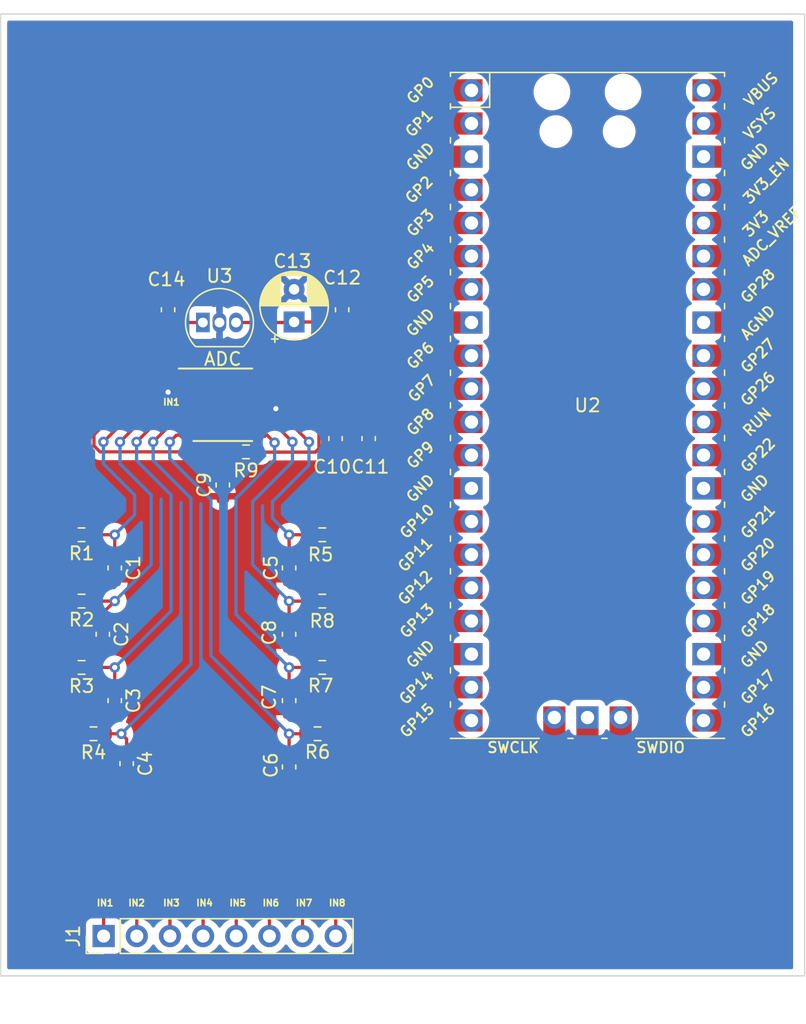
<source format=kicad_pcb>
(kicad_pcb (version 20211014) (generator pcbnew)
  (layers (0 "F.Cu" signal) (31 "B.Cu" signal) (34 "B.Paste" user) (35 "F.Paste" user) (36 "B.SilkS" user "B.Silkscreen") (37 "F.SilkS" user "F.Silkscreen") (38 "B.Mask" user) (39 "F.Mask" user) (44 "Edge.Cuts" user))
  (net 0 "")
  (net 1 "IN0")
  (net 2 "GND")
  (net 3 "IN1")
  (net 4 "IN2")
  (net 5 "IN3")
  (net 6 "IN7")
  (net 7 "IN4")
  (net 8 "IN5")
  (net 9 "IN6")
  (net 10 "Net-(C14-Pad2)")
  (net 11 "Net-(C10-Pad1)")
  (net 12 "VCC")
  (net 13 "Net-(U1-Pad1)")
  (net 14 "Net-(U1-Pad14)")
  (net 15 "Net-(U1-Pad15)")
  (net 16 "Net-(U1-Pad16)")
  (net 56 "PIN0")
  (net 57 "PIN1")
  (net 58 "PIN2")
  (net 59 "PIN3")
  (net 60 "PIN4")
  (net 61 "PIN5")
  (net 62 "PIN6")
  (net 63 "PIN7")
  (footprint "Resistor_SMD:R_0603_1608Metric_Pad0.98x0.95mm_HandSolder" (layer "F.Cu") (at 160.274 144.526 180)
    (fp_text reference "R4" (at 0 -1.43) (layer "F.SilkS"))
    (fp_text value "22")
    (pad "1" smd roundrect (at -0.9125 0 180) (size 0.975 0.95) (layers "F.Cu" "F.Paste" "F.Mask") (net 5 "IN3"))
    (pad "2" smd roundrect (at 0.9125 0 180) (size 0.975 0.95) (layers "F.Cu" "F.Paste" "F.Mask") (net 59 "PIN3"))
  )
  (footprint "Capacitor_SMD:C_0603_1608Metric_Pad1.08x0.95mm_HandSolder" (layer "F.Cu") (at 181.356 121.92 -90)
    (fp_text reference "C11" (at 2.159 -0.127) (layer "F.SilkS"))
    (fp_text value "0.1uf")
    (pad "1" smd roundrect (at -0.8625 0 270) (size 1.075 0.95) (layers "F.Cu" "F.Paste" "F.Mask") (net 11 "Net-(C10-Pad1)"))
    (pad "2" smd roundrect (at 0.8625 0 270) (size 1.075 0.95) (layers "F.Cu" "F.Paste" "F.Mask") (net 2 "GND"))
  )
  (footprint "Package_SO:HTSSOP-16-1EP_4.4x5mm_P0.65mm_EP3.4x5mm" (layer "F.Cu") (at 170.18 119.38)
    (fp_text reference "ADC" (at 0 -3.55) (layer "F.SilkS"))
    (fp_text value "adc108s")
    (pad "1" smd rect (at -2.775 -2.275) (size 1.05 0.45) (layers "F.Cu" "F.Paste" "F.Mask") (net 13 "Net-(U1-Pad1)"))
    (pad "2" smd rect (at -2.775 -1.625) (size 1.05 0.45) (layers "F.Cu" "F.Paste" "F.Mask") (net 10 "Net-(C14-Pad2)"))
    (pad "3" smd rect (at -2.775 -0.975) (size 1.05 0.45) (layers "F.Cu" "F.Paste" "F.Mask") (net 2 "GND"))
    (pad "4" smd rect (at -2.775 -0.325) (size 1.05 0.45) (layers "F.Cu" "F.Paste" "F.Mask") (net 1 "IN0"))
    (pad "5" smd rect (at -2.775 0.325) (size 1.05 0.45) (layers "F.Cu" "F.Paste" "F.Mask") (net 3 "IN1"))
    (pad "6" smd rect (at -2.775 0.975) (size 1.05 0.45) (layers "F.Cu" "F.Paste" "F.Mask") (net 4 "IN2"))
    (pad "7" smd rect (at -2.775 1.625) (size 1.05 0.45) (layers "F.Cu" "F.Paste" "F.Mask") (net 5 "IN3"))
    (pad "8" smd rect (at -2.775 2.275) (size 1.05 0.45) (layers "F.Cu" "F.Paste" "F.Mask") (net 7 "IN4"))
    (pad "9" smd rect (at 2.775 2.275) (size 1.05 0.45) (layers "F.Cu" "F.Paste" "F.Mask") (net 8 "IN5"))
    (pad "10" smd rect (at 2.775 1.625) (size 1.05 0.45) (layers "F.Cu" "F.Paste" "F.Mask") (net 9 "IN6"))
    (pad "11" smd rect (at 2.775 0.975) (size 1.05 0.45) (layers "F.Cu" "F.Paste" "F.Mask") (net 6 "IN7"))
    (pad "12" smd rect (at 2.775 0.325) (size 1.05 0.45) (layers "F.Cu" "F.Paste" "F.Mask") (net 2 "GND"))
    (pad "13" smd rect (at 2.775 -0.325) (size 1.05 0.45) (layers "F.Cu" "F.Paste" "F.Mask") (net 11 "Net-(C10-Pad1)"))
    (pad "14" smd rect (at 2.775 -0.975) (size 1.05 0.45) (layers "F.Cu" "F.Paste" "F.Mask") (net 14 "Net-(U1-Pad14)"))
    (pad "15" smd rect (at 2.775 -1.625) (size 1.05 0.45) (layers "F.Cu" "F.Paste" "F.Mask") (net 15 "Net-(U1-Pad15)"))
    (pad "16" smd rect (at 2.775 -2.275) (size 1.05 0.45) (layers "F.Cu" "F.Paste" "F.Mask") (net 16 "Net-(U1-Pad16)"))
    (pad "17" smd rect (at 0 0) (size 3.4 5) (layers "F.Cu" "F.Mask"))
  )
  (footprint "Capacitor_SMD:C_0603_1608Metric_Pad1.08x0.95mm_HandSolder" (layer "F.Cu") (at 161.9015 131.826 -90)
    (fp_text reference "C1" (at 0 -1.43 90) (layer "F.SilkS"))
    (fp_text value "1nf")
    (pad "1" smd roundrect (at -0.8625 0 270) (size 1.075 0.95) (layers "F.Cu" "F.Paste" "F.Mask") (net 1 "IN0"))
    (pad "2" smd roundrect (at 0.8625 0 270) (size 1.075 0.95) (layers "F.Cu" "F.Paste" "F.Mask") (net 2 "GND"))
  )
  (footprint "Capacitor_SMD:C_0603_1608Metric_Pad1.08x0.95mm_HandSolder" (layer "F.Cu") (at 175.26 136.906 -90)
    (fp_text reference "C8" (at -0.127 1.524 90) (layer "F.SilkS"))
    (fp_text value "1nf")
    (pad "1" smd roundrect (at -0.8625 0 270) (size 1.075 0.95) (layers "F.Cu" "F.Paste" "F.Mask") (net 9 "IN6"))
    (pad "2" smd roundrect (at 0.8625 0 270) (size 1.075 0.95) (layers "F.Cu" "F.Paste" "F.Mask") (net 2 "GND"))
  )
  (footprint "Capacitor_SMD:C_0603_1608Metric_Pad1.08x0.95mm_HandSolder" (layer "F.Cu") (at 161.9015 141.986 -90)
    (fp_text reference "C3" (at 0 -1.43 90) (layer "F.SilkS"))
    (fp_text value "1nf")
    (pad "1" smd roundrect (at -0.8625 0 270) (size 1.075 0.95) (layers "F.Cu" "F.Paste" "F.Mask") (net 4 "IN2"))
    (pad "2" smd roundrect (at 0.8625 0 270) (size 1.075 0.95) (layers "F.Cu" "F.Paste" "F.Mask") (net 2 "GND"))
  )
  (footprint "Capacitor_SMD:C_0603_1608Metric_Pad1.08x0.95mm_HandSolder" (layer "F.Cu") (at 178.816 121.92 -90)
    (fp_text reference "C10" (at 2.159 0.254) (layer "F.SilkS"))
    (fp_text value "0.1uf")
    (pad "1" smd roundrect (at -0.8625 0 270) (size 1.075 0.95) (layers "F.Cu" "F.Paste" "F.Mask") (net 11 "Net-(C10-Pad1)"))
    (pad "2" smd roundrect (at 0.8625 0 270) (size 1.075 0.95) (layers "F.Cu" "F.Paste" "F.Mask") (net 2 "GND"))
  )
  (footprint "MCU_RaspberryPi_and_Boards:RPi_Pico_SMD_TH" (layer "F.Cu") (at 198.12 119.38)
    (fp_text reference "U2" (at 0 0) (layer "F.SilkS"))
    (fp_text value "Pico")
    (fp_text user "GP1" (at -12.9 -21.6 45) (layer "F.SilkS") (effects (font (size 0.8 0.8))))
    (fp_text user "RUN" (at 13 1.27 45) (layer "F.SilkS") (effects (font (size 0.8 0.8))))
    (fp_text user "GP16" (at 13.054 24.13 45) (layer "F.SilkS") (effects (font (size 0.8 0.8))))
    (fp_text user "GP12" (at -13.2 13.97 45) (layer "F.SilkS") (effects (font (size 0.8 0.8))))
    (fp_text user "GND" (at 12.8 -19.05 45) (layer "F.SilkS") (effects (font (size 0.8 0.8))))
    (fp_text user "GP17" (at 13.054 21.59 45) (layer "F.SilkS") (effects (font (size 0.8 0.8))))
    (fp_text user "VSYS" (at 13.2 -21.59 45) (layer "F.SilkS") (effects (font (size 0.8 0.8))))
    (fp_text user "GP18" (at 13.054 16.51 45) (layer "F.SilkS") (effects (font (size 0.8 0.8))))
    (fp_text user "GP3" (at -12.8 -13.97 45) (layer "F.SilkS") (effects (font (size 0.8 0.8))))
    (fp_text user "GND" (at -12.8 -19.05 45) (layer "F.SilkS") (effects (font (size 0.8 0.8))))
    (fp_text user "GP22" (at 13.054 3.81 45) (layer "F.SilkS") (effects (font (size 0.8 0.8))))
    (fp_text user "SWDIO" (at 5.6 26.2) (layer "F.SilkS") (effects (font (size 0.8 0.8))))
    (fp_text user "GP4" (at -12.8 -11.43 45) (layer "F.SilkS") (effects (font (size 0.8 0.8))))
    (fp_text user "GP13" (at -13.054 16.51 45) (layer "F.SilkS") (effects (font (size 0.8 0.8))))
    (fp_text user "GP19" (at 13.054 13.97 45) (layer "F.SilkS") (effects (font (size 0.8 0.8))))
    (fp_text user "GP21" (at 13.054 8.9 45) (layer "F.SilkS") (effects (font (size 0.8 0.8))))
    (fp_text user "GP27" (at 13.054 -3.8 45) (layer "F.SilkS") (effects (font (size 0.8 0.8))))
    (fp_text user "GP20" (at 13.054 11.43 45) (layer "F.SilkS") (effects (font (size 0.8 0.8))))
    (fp_text user "GND" (at -12.8 6.35 45) (layer "F.SilkS") (effects (font (size 0.8 0.8))))
    (fp_text user "GP7" (at -12.7 -1.3 45) (layer "F.SilkS") (effects (font (size 0.8 0.8))))
    (fp_text user "GP15" (at -13.054 24.13 45) (layer "F.SilkS") (effects (font (size 0.8 0.8))))
    (fp_text user "GND" (at 12.8 19.05 45) (layer "F.SilkS") (effects (font (size 0.8 0.8))))
    (fp_text user "SWCLK" (at -5.7 26.2) (layer "F.SilkS") (effects (font (size 0.8 0.8))))
    (fp_text user "GP9" (at -12.8 3.81 45) (layer "F.SilkS") (effects (font (size 0.8 0.8))))
    (fp_text user "GP11" (at -13.2 11.43 45) (layer "F.SilkS") (effects (font (size 0.8 0.8))))
    (fp_text user "3V3" (at 12.9 -13.9 45) (layer "F.SilkS") (effects (font (size 0.8 0.8))))
    (fp_text user "ADC_VREF" (at 14.097 -12.954 45) (layer "F.SilkS") (effects (font (size 0.8 0.8))))
    (fp_text user "GP28" (at 13.054 -9.144 45) (layer "F.SilkS") (effects (font (size 0.8 0.8))))
    (fp_text user "VBUS" (at 13.3 -24.2 45) (layer "F.SilkS") (effects (font (size 0.8 0.8))))
    (fp_text user "GP5" (at -12.8 -8.89 45) (layer "F.SilkS") (effects (font (size 0.8 0.8))))
    (fp_text user "GP6" (at -12.8 -3.81 45) (layer "F.SilkS") (effects (font (size 0.8 0.8))))
    (fp_text user "GP8" (at -12.8 1.27 45) (layer "F.SilkS") (effects (font (size 0.8 0.8))))
    (fp_text user "GP10" (at -13.054 8.89 45) (layer "F.SilkS") (effects (font (size 0.8 0.8))))
    (fp_text user "GND" (at 12.8 6.35 45) (layer "F.SilkS") (effects (font (size 0.8 0.8))))
    (fp_text user "GND" (at -12.8 -6.35 45) (layer "F.SilkS") (effects (font (size 0.8 0.8))))
    (fp_text user "GND" (at -12.8 19.05 45) (layer "F.SilkS") (effects (font (size 0.8 0.8))))
    (fp_text user "GP2" (at -12.9 -16.51 45) (layer "F.SilkS") (effects (font (size 0.8 0.8))))
    (fp_text user "GP0" (at -12.8 -24.13 45) (layer "F.SilkS") (effects (font (size 0.8 0.8))))
    (fp_text user "AGND" (at 13.054 -6.35 45) (layer "F.SilkS") (effects (font (size 0.8 0.8))))
    (fp_text user "GP14" (at -13.1 21.59 45) (layer "F.SilkS") (effects (font (size 0.8 0.8))))
    (fp_text user "3V3_EN" (at 13.7 -17.2 45) (layer "F.SilkS") (effects (font (size 0.8 0.8))))
    (fp_text user "GP26" (at 13.054 -1.27 45) (layer "F.SilkS") (effects (font (size 0.8 0.8))))
    (pad "" np_thru_hole oval (at 2.725 -24) (size 1.8 1.8) (drill 1.8) (layers *.Cu *.Mask))
    (pad "" np_thru_hole oval (at 2.425 -20.97) (size 1.5 1.5) (drill 1.5) (layers *.Cu *.Mask))
    (pad "" np_thru_hole oval (at -2.425 -20.97) (size 1.5 1.5) (drill 1.5) (layers *.Cu *.Mask))
    (pad "" np_thru_hole oval (at -2.725 -24) (size 1.8 1.8) (drill 1.8) (layers *.Cu *.Mask))
    (pad "1" thru_hole oval (at -8.89 -24.13) (size 1.7 1.7) (drill 1.02) (layers *.Cu *.Mask))
    (pad "1" smd rect (at -8.89 -24.13) (size 3.5 1.7) (drill (offset -0.9 0)) (layers "F.Cu" "F.Mask"))
    (pad "2" smd rect (at -8.89 -21.59) (size 3.5 1.7) (drill (offset -0.9 0)) (layers "F.Cu" "F.Mask"))
    (pad "2" thru_hole oval (at -8.89 -21.59) (size 1.7 1.7) (drill 1.02) (layers *.Cu *.Mask))
    (pad "3" thru_hole rect (at -8.89 -19.05) (size 1.7 1.7) (drill 1.02) (layers *.Cu *.Mask))
    (pad "3" smd rect (at -8.89 -19.05) (size 3.5 1.7) (drill (offset -0.9 0)) (layers "F.Cu" "F.Mask"))
    (pad "4" thru_hole oval (at -8.89 -16.51) (size 1.7 1.7) (drill 1.02) (layers *.Cu *.Mask))
    (pad "4" smd rect (at -8.89 -16.51) (size 3.5 1.7) (drill (offset -0.9 0)) (layers "F.Cu" "F.Mask"))
    (pad "5" thru_hole oval (at -8.89 -13.97) (size 1.7 1.7) (drill 1.02) (layers *.Cu *.Mask))
    (pad "5" smd rect (at -8.89 -13.97) (size 3.5 1.7) (drill (offset -0.9 0)) (layers "F.Cu" "F.Mask"))
    (pad "6" smd rect (at -8.89 -11.43) (size 3.5 1.7) (drill (offset -0.9 0)) (layers "F.Cu" "F.Mask") (net 13 "Net-(U1-Pad1)"))
    (pad "6" thru_hole oval (at -8.89 -11.43) (size 1.7 1.7) (drill 1.02) (layers *.Cu *.Mask) (net 13 "Net-(U1-Pad1)"))
    (pad "7" thru_hole oval (at -8.89 -8.89) (size 1.7 1.7) (drill 1.02) (layers *.Cu *.Mask) (net 16 "Net-(U1-Pad16)"))
    (pad "7" smd rect (at -8.89 -8.89) (size 3.5 1.7) (drill (offset -0.9 0)) (layers "F.Cu" "F.Mask") (net 16 "Net-(U1-Pad16)"))
    (pad "8" smd rect (at -8.89 -6.35) (size 3.5 1.7) (drill (offset -0.9 0)) (layers "F.Cu" "F.Mask"))
    (pad "8" thru_hole rect (at -8.89 -6.35) (size 1.7 1.7) (drill 1.02) (layers *.Cu *.Mask))
    (pad "9" smd rect (at -8.89 -3.81) (size 3.5 1.7) (drill (offset -0.9 0)) (layers "F.Cu" "F.Mask") (net 15 "Net-(U1-Pad15)"))
    (pad "9" thru_hole oval (at -8.89 -3.81) (size 1.7 1.7) (drill 1.02) (layers *.Cu *.Mask) (net 15 "Net-(U1-Pad15)"))
    (pad "10" thru_hole oval (at -8.89 -1.27) (size 1.7 1.7) (drill 1.02) (layers *.Cu *.Mask) (net 14 "Net-(U1-Pad14)"))
    (pad "10" smd rect (at -8.89 -1.27) (size 3.5 1.7) (drill (offset -0.9 0)) (layers "F.Cu" "F.Mask") (net 14 "Net-(U1-Pad14)"))
    (pad "11" thru_hole oval (at -8.89 1.27) (size 1.7 1.7) (drill 1.02) (layers *.Cu *.Mask))
    (pad "11" smd rect (at -8.89 1.27) (size 3.5 1.7) (drill (offset -0.9 0)) (layers "F.Cu" "F.Mask"))
    (pad "12" thru_hole oval (at -8.89 3.81) (size 1.7 1.7) (drill 1.02) (layers *.Cu *.Mask))
    (pad "12" smd rect (at -8.89 3.81) (size 3.5 1.7) (drill (offset -0.9 0)) (layers "F.Cu" "F.Mask"))
    (pad "13" smd rect (at -8.89 6.35) (size 3.5 1.7) (drill (offset -0.9 0)) (layers "F.Cu" "F.Mask"))
    (pad "13" thru_hole rect (at -8.89 6.35) (size 1.7 1.7) (drill 1.02) (layers *.Cu *.Mask))
    (pad "14" thru_hole oval (at -8.89 8.89) (size 1.7 1.7) (drill 1.02) (layers *.Cu *.Mask))
    (pad "14" smd rect (at -8.89 8.89) (size 3.5 1.7) (drill (offset -0.9 0)) (layers "F.Cu" "F.Mask"))
    (pad "15" thru_hole oval (at -8.89 11.43) (size 1.7 1.7) (drill 1.02) (layers *.Cu *.Mask))
    (pad "15" smd rect (at -8.89 11.43) (size 3.5 1.7) (drill (offset -0.9 0)) (layers "F.Cu" "F.Mask"))
    (pad "16" smd rect (at -8.89 13.97) (size 3.5 1.7) (drill (offset -0.9 0)) (layers "F.Cu" "F.Mask"))
    (pad "16" thru_hole oval (at -8.89 13.97) (size 1.7 1.7) (drill 1.02) (layers *.Cu *.Mask))
    (pad "17" thru_hole oval (at -8.89 16.51) (size 1.7 1.7) (drill 1.02) (layers *.Cu *.Mask))
    (pad "17" smd rect (at -8.89 16.51) (size 3.5 1.7) (drill (offset -0.9 0)) (layers "F.Cu" "F.Mask"))
    (pad "18" smd rect (at -8.89 19.05) (size 3.5 1.7) (drill (offset -0.9 0)) (layers "F.Cu" "F.Mask"))
    (pad "18" thru_hole rect (at -8.89 19.05) (size 1.7 1.7) (drill 1.02) (layers *.Cu *.Mask))
    (pad "19" smd rect (at -8.89 21.59) (size 3.5 1.7) (drill (offset -0.9 0)) (layers "F.Cu" "F.Mask"))
    (pad "19" thru_hole oval (at -8.89 21.59) (size 1.7 1.7) (drill 1.02) (layers *.Cu *.Mask))
    (pad "20" thru_hole oval (at -8.89 24.13) (size 1.7 1.7) (drill 1.02) (layers *.Cu *.Mask))
    (pad "20" smd rect (at -8.89 24.13) (size 3.5 1.7) (drill (offset -0.9 0)) (layers "F.Cu" "F.Mask"))
    (pad "21" thru_hole oval (at 8.89 24.13) (size 1.7 1.7) (drill 1.02) (layers *.Cu *.Mask))
    (pad "21" smd rect (at 8.89 24.13) (size 3.5 1.7) (drill (offset 0.9 0)) (layers "F.Cu" "F.Mask"))
    (pad "22" smd rect (at 8.89 21.59) (size 3.5 1.7) (drill (offset 0.9 0)) (layers "F.Cu" "F.Mask"))
    (pad "22" thru_hole oval (at 8.89 21.59) (size 1.7 1.7) (drill 1.02) (layers *.Cu *.Mask))
    (pad "23" thru_hole rect (at 8.89 19.05) (size 1.7 1.7) (drill 1.02) (layers *.Cu *.Mask))
    (pad "23" smd rect (at 8.89 19.05) (size 3.5 1.7) (drill (offset 0.9 0)) (layers "F.Cu" "F.Mask"))
    (pad "24" thru_hole oval (at 8.89 16.51) (size 1.7 1.7) (drill 1.02) (layers *.Cu *.Mask))
    (pad "24" smd rect (at 8.89 16.51) (size 3.5 1.7) (drill (offset 0.9 0)) (layers "F.Cu" "F.Mask"))
    (pad "25" smd rect (at 8.89 13.97) (size 3.5 1.7) (drill (offset 0.9 0)) (layers "F.Cu" "F.Mask"))
    (pad "25" thru_hole oval (at 8.89 13.97) (size 1.7 1.7) (drill 1.02) (layers *.Cu *.Mask))
    (pad "26" smd rect (at 8.89 11.43) (size 3.5 1.7) (drill (offset 0.9 0)) (layers "F.Cu" "F.Mask"))
    (pad "26" thru_hole oval (at 8.89 11.43) (size 1.7 1.7) (drill 1.02) (layers *.Cu *.Mask))
    (pad "27" smd rect (at 8.89 8.89) (size 3.5 1.7) (drill (offset 0.9 0)) (layers "F.Cu" "F.Mask"))
    (pad "27" thru_hole oval (at 8.89 8.89) (size 1.7 1.7) (drill 1.02) (layers *.Cu *.Mask))
    (pad "28" smd rect (at 8.89 6.35) (size 3.5 1.7) (drill (offset 0.9 0)) (layers "F.Cu" "F.Mask"))
    (pad "28" thru_hole rect (at 8.89 6.35) (size 1.7 1.7) (drill 1.02) (layers *.Cu *.Mask))
    (pad "29" thru_hole oval (at 8.89 3.81) (size 1.7 1.7) (drill 1.02) (layers *.Cu *.Mask))
    (pad "29" smd rect (at 8.89 3.81) (size 3.5 1.7) (drill (offset 0.9 0)) (layers "F.Cu" "F.Mask"))
    (pad "30" thru_hole oval (at 8.89 1.27) (size 1.7 1.7) (drill 1.02) (layers *.Cu *.Mask))
    (pad "30" smd rect (at 8.89 1.27) (size 3.5 1.7) (drill (offset 0.9 0)) (layers "F.Cu" "F.Mask"))
    (pad "31" thru_hole oval (at 8.89 -1.27) (size 1.7 1.7) (drill 1.02) (layers *.Cu *.Mask))
    (pad "31" smd rect (at 8.89 -1.27) (size 3.5 1.7) (drill (offset 0.9 0)) (layers "F.Cu" "F.Mask"))
    (pad "32" thru_hole oval (at 8.89 -3.81) (size 1.7 1.7) (drill 1.02) (layers *.Cu *.Mask))
    (pad "32" smd rect (at 8.89 -3.81) (size 3.5 1.7) (drill (offset 0.9 0)) (layers "F.Cu" "F.Mask"))
    (pad "33" thru_hole rect (at 8.89 -6.35) (size 1.7 1.7) (drill 1.02) (layers *.Cu *.Mask))
    (pad "33" smd rect (at 8.89 -6.35) (size 3.5 1.7) (drill (offset 0.9 0)) (layers "F.Cu" "F.Mask"))
    (pad "34" thru_hole oval (at 8.89 -8.89) (size 1.7 1.7) (drill 1.02) (layers *.Cu *.Mask))
    (pad "34" smd rect (at 8.89 -8.89) (size 3.5 1.7) (drill (offset 0.9 0)) (layers "F.Cu" "F.Mask"))
    (pad "35" smd rect (at 8.89 -11.43) (size 3.5 1.7) (drill (offset 0.9 0)) (layers "F.Cu" "F.Mask"))
    (pad "35" thru_hole oval (at 8.89 -11.43) (size 1.7 1.7) (drill 1.02) (layers *.Cu *.Mask))
    (pad "36" smd rect (at 8.89 -13.97) (size 3.5 1.7) (drill (offset 0.9 0)) (layers "F.Cu" "F.Mask"))
    (pad "36" thru_hole oval (at 8.89 -13.97) (size 1.7 1.7) (drill 1.02) (layers *.Cu *.Mask))
    (pad "37" smd rect (at 8.89 -16.51) (size 3.5 1.7) (drill (offset 0.9 0)) (layers "F.Cu" "F.Mask"))
    (pad "37" thru_hole oval (at 8.89 -16.51) (size 1.7 1.7) (drill 1.02) (layers *.Cu *.Mask))
    (pad "38" smd rect (at 8.89 -19.05) (size 3.5 1.7) (drill (offset 0.9 0)) (layers "F.Cu" "F.Mask"))
    (pad "38" thru_hole rect (at 8.89 -19.05) (size 1.7 1.7) (drill 1.02) (layers *.Cu *.Mask))
    (pad "39" thru_hole oval (at 8.89 -21.59) (size 1.7 1.7) (drill 1.02) (layers *.Cu *.Mask))
    (pad "39" smd rect (at 8.89 -21.59) (size 3.5 1.7) (drill (offset 0.9 0)) (layers "F.Cu" "F.Mask"))
    (pad "40" smd rect (at 8.89 -24.13) (size 3.5 1.7) (drill (offset 0.9 0)) (layers "F.Cu" "F.Mask"))
    (pad "40" thru_hole oval (at 8.89 -24.13) (size 1.7 1.7) (drill 1.02) (layers *.Cu *.Mask))
    (pad "41" thru_hole oval (at -2.54 23.9) (size 1.7 1.7) (drill 1.02) (layers *.Cu *.Mask))
    (pad "41" smd rect (at -2.54 23.9 90) (size 3.5 1.7) (drill (offset -0.9 0)) (layers "F.Cu" "F.Mask"))
    (pad "42" thru_hole rect (at 0 23.9) (size 1.7 1.7) (drill 1.02) (layers *.Cu *.Mask))
    (pad "42" smd rect (at 0 23.9 90) (size 3.5 1.7) (drill (offset -0.9 0)) (layers "F.Cu" "F.Mask"))
    (pad "43" smd rect (at 2.54 23.9 90) (size 3.5 1.7) (drill (offset -0.9 0)) (layers "F.Cu" "F.Mask"))
    (pad "43" thru_hole oval (at 2.54 23.9) (size 1.7 1.7) (drill 1.02) (layers *.Cu *.Mask))
  )
  (footprint "Resistor_SMD:R_0603_1608Metric_Pad0.98x0.95mm_HandSolder" (layer "F.Cu") (at 177.4425 144.526)
    (fp_text reference "R6" (at 0 1.397) (layer "F.SilkS"))
    (fp_text value "22")
    (pad "1" smd roundrect (at -0.9125 0) (size 0.975 0.95) (layers "F.Cu" "F.Paste" "F.Mask") (net 7 "IN4"))
    (pad "2" smd roundrect (at 0.9125 0) (size 0.975 0.95) (layers "F.Cu" "F.Paste" "F.Mask") (net 60 "PIN4"))
  )
  (footprint "Capacitor_SMD:C_0603_1608Metric_Pad1.08x0.95mm_HandSolder" (layer "F.Cu") (at 160.989 136.906 -90)
    (fp_text reference "C2" (at 0 -1.43 90) (layer "F.SilkS"))
    (fp_text value "1nf")
    (pad "1" smd roundrect (at -0.8625 0 270) (size 1.075 0.95) (layers "F.Cu" "F.Paste" "F.Mask") (net 3 "IN1"))
    (pad "2" smd roundrect (at 0.8625 0 270) (size 1.075 0.95) (layers "F.Cu" "F.Paste" "F.Mask") (net 2 "GND"))
  )
  (footprint "Resistor_SMD:R_0603_1608Metric_Pad0.98x0.95mm_HandSolder" (layer "F.Cu") (at 159.3615 129.286 180)
    (fp_text reference "R1" (at 0 -1.43) (layer "F.SilkS"))
    (fp_text value "22")
    (pad "1" smd roundrect (at -0.9125 0 180) (size 0.975 0.95) (layers "F.Cu" "F.Paste" "F.Mask") (net 1 "IN0"))
    (pad "2" smd roundrect (at 0.9125 0 180) (size 0.975 0.95) (layers "F.Cu" "F.Paste" "F.Mask") (net 56 "PIN0"))
  )
  (footprint "Capacitor_SMD:C_0603_1608Metric_Pad1.08x0.95mm_HandSolder" (layer "F.Cu") (at 175.26 147.066 -90)
    (fp_text reference "C6" (at -0.127 1.397 90) (layer "F.SilkS"))
    (fp_text value "1nf")
    (pad "1" smd roundrect (at -0.8625 0 270) (size 1.075 0.95) (layers "F.Cu" "F.Paste" "F.Mask") (net 7 "IN4"))
    (pad "2" smd roundrect (at 0.8625 0 270) (size 1.075 0.95) (layers "F.Cu" "F.Paste" "F.Mask") (net 2 "GND"))
  )
  (footprint "Capacitor_SMD:C_0603_1608Metric_Pad1.08x0.95mm_HandSolder" (layer "F.Cu") (at 170.18 125.476 90)
    (fp_text reference "C9" (at 0 -1.43 90) (layer "F.SilkS"))
    (fp_text value "0.1uf")
    (pad "1" smd roundrect (at -0.8625 0 90) (size 1.075 0.95) (layers "F.Cu" "F.Paste" "F.Mask") (net 2 "GND"))
    (pad "2" smd roundrect (at 0.8625 0 90) (size 1.075 0.95) (layers "F.Cu" "F.Paste" "F.Mask") (net 10 "Net-(C14-Pad2)"))
  )
  (footprint "Resistor_SMD:R_0603_1608Metric_Pad0.98x0.95mm_HandSolder" (layer "F.Cu") (at 177.8 134.366)
    (fp_text reference "R8" (at 0 1.524) (layer "F.SilkS"))
    (fp_text value "22")
    (pad "1" smd roundrect (at -0.9125 0) (size 0.975 0.95) (layers "F.Cu" "F.Paste" "F.Mask") (net 9 "IN6"))
    (pad "2" smd roundrect (at 0.9125 0) (size 0.975 0.95) (layers "F.Cu" "F.Paste" "F.Mask") (net 62 "PIN6"))
  )
  (footprint "Resistor_SMD:R_0603_1608Metric_Pad0.98x0.95mm_HandSolder" (layer "F.Cu") (at 177.8 129.286)
    (fp_text reference "R5" (at -0.127 1.524) (layer "F.SilkS"))
    (fp_text value "22")
    (pad "1" smd roundrect (at -0.9125 0) (size 0.975 0.95) (layers "F.Cu" "F.Paste" "F.Mask") (net 6 "IN7"))
    (pad "2" smd roundrect (at 0.9125 0) (size 0.975 0.95) (layers "F.Cu" "F.Paste" "F.Mask") (net 63 "PIN7"))
  )
  (footprint "Capacitor_THT:CP_Radial_D5.0mm_P2.50mm" (layer "F.Cu") (at 175.642 112.99 90)
    (fp_text reference "C13" (at 4.659 -0.128) (layer "F.SilkS"))
    (fp_text value "0.1uf")
    (pad "1" thru_hole rect (at 0 0 90) (size 1.6 1.6) (drill 0.8) (layers *.Cu *.Mask) (net 12 "VCC"))
    (pad "2" thru_hole circle (at 2.5 0 90) (size 1.6 1.6) (drill 0.8) (layers *.Cu *.Mask) (net 2 "GND"))
  )
  (footprint "Capacitor_SMD:C_0603_1608Metric_Pad1.08x0.95mm_HandSolder" (layer "F.Cu") (at 165.988 112.056 -90)
    (fp_text reference "C14" (at -2.328 0.126) (layer "F.SilkS"))
    (fp_text value "0.1uf")
    (pad "1" smd roundrect (at -0.8625 0 270) (size 1.075 0.95) (layers "F.Cu" "F.Paste" "F.Mask") (net 2 "GND"))
    (pad "2" smd roundrect (at 0.8625 0 270) (size 1.075 0.95) (layers "F.Cu" "F.Paste" "F.Mask") (net 10 "Net-(C14-Pad2)"))
  )
  (footprint "Capacitor_SMD:C_0603_1608Metric_Pad1.08x0.95mm_HandSolder" (layer "F.Cu") (at 175.26 131.826 -90)
    (fp_text reference "C5" (at 0 1.397 90) (layer "F.SilkS"))
    (fp_text value "1nf")
    (pad "1" smd roundrect (at -0.8625 0 270) (size 1.075 0.95) (layers "F.Cu" "F.Paste" "F.Mask") (net 6 "IN7"))
    (pad "2" smd roundrect (at 0.8625 0 270) (size 1.075 0.95) (layers "F.Cu" "F.Paste" "F.Mask") (net 2 "GND"))
  )
  (footprint "Resistor_SMD:R_0603_1608Metric_Pad0.98x0.95mm_HandSolder" (layer "F.Cu") (at 159.3615 134.366 180)
    (fp_text reference "R2" (at 0 -1.43) (layer "F.SilkS"))
    (fp_text value "22")
    (pad "1" smd roundrect (at -0.9125 0 180) (size 0.975 0.95) (layers "F.Cu" "F.Paste" "F.Mask") (net 3 "IN1"))
    (pad "2" smd roundrect (at 0.9125 0 180) (size 0.975 0.95) (layers "F.Cu" "F.Paste" "F.Mask") (net 57 "PIN1"))
  )
  (footprint "Resistor_SMD:R_0603_1608Metric_Pad0.98x0.95mm_HandSolder" (layer "F.Cu") (at 171.958 122.936 180)
    (fp_text reference "R9" (at 0 -1.43) (layer "F.SilkS"))
    (fp_text value "51")
    (pad "1" smd roundrect (at -0.9125 0 180) (size 0.975 0.95) (layers "F.Cu" "F.Paste" "F.Mask") (net 11 "Net-(C10-Pad1)"))
    (pad "2" smd roundrect (at 0.9125 0 180) (size 0.975 0.95) (layers "F.Cu" "F.Paste" "F.Mask") (net 10 "Net-(C14-Pad2)"))
  )
  (footprint "Capacitor_SMD:C_0603_1608Metric_Pad1.08x0.95mm_HandSolder" (layer "F.Cu") (at 175.26 141.986 -90)
    (fp_text reference "C7" (at -0.254 1.524 90) (layer "F.SilkS"))
    (fp_text value "1nf")
    (pad "1" smd roundrect (at -0.8625 0 270) (size 1.075 0.95) (layers "F.Cu" "F.Paste" "F.Mask") (net 8 "IN5"))
    (pad "2" smd roundrect (at 0.8625 0 270) (size 1.075 0.95) (layers "F.Cu" "F.Paste" "F.Mask") (net 2 "GND"))
  )
  (footprint "Resistor_SMD:R_0603_1608Metric_Pad0.98x0.95mm_HandSolder" (layer "F.Cu") (at 177.8 139.446)
    (fp_text reference "R7" (at -0.127 1.397) (layer "F.SilkS"))
    (fp_text value "22")
    (pad "1" smd roundrect (at -0.9125 0) (size 0.975 0.95) (layers "F.Cu" "F.Paste" "F.Mask") (net 8 "IN5"))
    (pad "2" smd roundrect (at 0.9125 0) (size 0.975 0.95) (layers "F.Cu" "F.Paste" "F.Mask") (net 61 "PIN5"))
  )
  (footprint "Capacitor_SMD:C_0603_1608Metric_Pad1.08x0.95mm_HandSolder" (layer "F.Cu") (at 179.324 112.056 90)
    (fp_text reference "C12" (at 2.455 0) (layer "F.SilkS"))
    (fp_text value "1uf")
    (pad "1" smd roundrect (at -0.8625 0 90) (size 1.075 0.95) (layers "F.Cu" "F.Paste" "F.Mask") (net 12 "VCC"))
    (pad "2" smd roundrect (at 0.8625 0 90) (size 1.075 0.95) (layers "F.Cu" "F.Paste" "F.Mask") (net 2 "GND"))
  )
  (footprint "Resistor_SMD:R_0603_1608Metric_Pad0.98x0.95mm_HandSolder" (layer "F.Cu") (at 159.3615 139.446 180)
    (fp_text reference "R3" (at 0 -1.43) (layer "F.SilkS"))
    (fp_text value "22")
    (pad "1" smd roundrect (at -0.9125 0 180) (size 0.975 0.95) (layers "F.Cu" "F.Paste" "F.Mask") (net 4 "IN2"))
    (pad "2" smd roundrect (at 0.9125 0 180) (size 0.975 0.95) (layers "F.Cu" "F.Paste" "F.Mask") (net 58 "PIN2"))
  )
  (footprint "Capacitor_SMD:C_0603_1608Metric_Pad1.08x0.95mm_HandSolder" (layer "F.Cu") (at 162.814 146.812 -90)
    (fp_text reference "C4" (at 0 -1.43 90) (layer "F.SilkS"))
    (fp_text value "1nf")
    (pad "1" smd roundrect (at -0.8625 0 270) (size 1.075 0.95) (layers "F.Cu" "F.Paste" "F.Mask") (net 5 "IN3"))
    (pad "2" smd roundrect (at 0.8625 0 270) (size 1.075 0.95) (layers "F.Cu" "F.Paste" "F.Mask") (net 2 "GND"))
  )
  (footprint "Connector_PinHeader_2.54mm:PinHeader_1x08_P2.54mm_Vertical" (layer "F.Cu") (at 161.051 160.02 90)
    (fp_text reference "J1" (at 0 -2.33 90) (layer "F.SilkS"))
    (fp_text value "Conn_01x08_Male")
    (pad "1" thru_hole rect (at 0 0 90) (size 1.7 1.7) (drill 1) (layers *.Cu *.Mask) (net 56 "PIN0"))
    (pad "2" thru_hole oval (at 0 2.54 90) (size 1.7 1.7) (drill 1) (layers *.Cu *.Mask) (net 57 "PIN1"))
    (pad "3" thru_hole oval (at 0 5.08 90) (size 1.7 1.7) (drill 1) (layers *.Cu *.Mask) (net 58 "PIN2"))
    (pad "4" thru_hole oval (at 0 7.62 90) (size 1.7 1.7) (drill 1) (layers *.Cu *.Mask) (net 59 "PIN3"))
    (pad "5" thru_hole oval (at 0 10.16 90) (size 1.7 1.7) (drill 1) (layers *.Cu *.Mask) (net 60 "PIN4"))
    (pad "6" thru_hole oval (at 0 12.7 90) (size 1.7 1.7) (drill 1) (layers *.Cu *.Mask) (net 61 "PIN5"))
    (pad "7" thru_hole oval (at 0 15.24 90) (size 1.7 1.7) (drill 1) (layers *.Cu *.Mask) (net 62 "PIN6"))
    (pad "8" thru_hole oval (at 0 17.78 90) (size 1.7 1.7) (drill 1) (layers *.Cu *.Mask) (net 63 "PIN7"))
  )
  (footprint "Package_TO_SOT_THT:TO-92_Inline" (layer "F.Cu") (at 168.656 113.03)
    (fp_text reference "U3" (at 1.27 -3.56) (layer "F.SilkS"))
    (fp_text value "LP2950-3.0_TO92")
    (pad "1" thru_hole rect (at 0 0) (size 1.05 1.5) (drill 0.75) (layers *.Cu *.Mask) (net 10 "Net-(C14-Pad2)"))
    (pad "2" thru_hole oval (at 1.27 0) (size 1.05 1.5) (drill 0.75) (layers *.Cu *.Mask) (net 2 "GND"))
    (pad "3" thru_hole oval (at 2.54 0) (size 1.05 1.5) (drill 0.75) (layers *.Cu *.Mask) (net 12 "VCC"))
  )
  (gr_rect (start 153.162 89.408) (end 214.757 163.068) (layer "Edge.Cuts") (width 0.1) (fill none))
  (gr_text "IN1" (at 161.163 157.48) (layer "F.SilkS") (effects (font (size 0.5 0.5) (thickness 0.125))))
  (gr_text "IN6" (at 173.863 157.48) (layer "F.SilkS") (effects (font (size 0.5 0.5) (thickness 0.125))))
  (gr_text "IN5" (at 171.323 157.48) (layer "F.SilkS") (effects (font (size 0.5 0.5) (thickness 0.125))))
  (gr_text "IN4" (at 168.783 157.48) (layer "F.SilkS") (effects (font (size 0.5 0.5) (thickness 0.125))))
  (gr_text "IN3" (at 166.243 157.48) (layer "F.SilkS") (effects (font (size 0.5 0.5) (thickness 0.125))))
  (gr_text "IN1" (at 166.243 119.126) (layer "F.SilkS") (effects (font (size 0.5 0.5) (thickness 0.125))))
  (gr_text "IN7" (at 176.403 157.48) (layer "F.SilkS") (effects (font (size 0.5 0.5) (thickness 0.125))))
  (gr_text "IN8" (at 178.943 157.48) (layer "F.SilkS") (effects (font (size 0.5 0.5) (thickness 0.125))))
  (gr_text "IN2" (at 163.576 157.48) (layer "F.SilkS") (effects (font (size 0.5 0.5) (thickness 0.125))))
  (segment (start 160.274 129.286) (end 161.9015 129.286) (width 0.25) (layer "F.Cu") (net 1))
  (segment (start 161.036 122.174) (end 164.155 119.055) (width 0.25) (layer "F.Cu") (net 1))
  (segment (start 165.688695 119.089) (end 167.371 119.089) (width 0.25) (layer "F.Cu") (net 1))
  (segment (start 165.654695 119.055) (end 165.688695 119.089) (width 0.25) (layer "F.Cu") (net 1))
  (segment (start 161.9015 130.9635) (end 161.9015 129.286) (width 0.25) (layer "F.Cu") (net 1))
  (segment (start 164.155 119.055) (end 165.654695 119.055) (width 0.25) (layer "F.Cu") (net 1))
  (segment (start 167.371 119.089) (end 167.405 119.055) (width 0.25) (layer "F.Cu") (net 1))
  (via (at 161.9015 129.286) (size 0.8) (drill 0.4) (layers "F.Cu" "B.Cu") (net 1))
  (via (at 161.036 122.174) (size 0.8) (drill 0.4) (layers "F.Cu" "B.Cu") (net 1))
  (segment (start 163.4255 127.762) (end 163.4255 126.238) (width 0.25) (layer "B.Cu") (net 1))
  (segment (start 161.9015 129.286) (end 163.4255 127.762) (width 0.25) (layer "B.Cu") (net 1))
  (segment (start 161.036 123.8485) (end 163.4255 126.238) (width 0.25) (layer "B.Cu") (net 1))
  (segment (start 161.036 122.174) (end 161.036 123.8485) (width 0.25) (layer "B.Cu") (net 1))
  (segment (start 172.955 119.705) (end 174.173 119.705) (width 0.25) (layer "F.Cu") (net 2))
  (segment (start 174.173 119.705) (end 174.244 119.634) (width 0.25) (layer "F.Cu") (net 2))
  (segment (start 166.03 118.405) (end 165.989 118.364) (width 0.25) (layer "F.Cu") (net 2))
  (segment (start 167.405 118.405) (end 166.03 118.405) (width 0.25) (layer "F.Cu") (net 2))
  (via (at 174.244 119.634) (size 0.8) (drill 0.4) (layers "F.Cu" "B.Cu") (net 2))
  (via (at 165.989 118.364) (size 0.8) (drill 0.4) (layers "F.Cu" "B.Cu") (net 2))
  (segment (start 162.306 122.174) (end 164.775 119.705) (width 0.25) (layer "F.Cu") (net 3))
  (segment (start 160.989 136.0435) (end 160.989 135.2785) (width 0.25) (layer "F.Cu") (net 3))
  (segment (start 160.989 135.2785) (end 161.9015 134.366) (width 0.25) (layer "F.Cu") (net 3))
  (segment (start 160.274 134.366) (end 161.9015 134.366) (width 0.25) (layer "F.Cu") (net 3))
  (segment (start 164.775 119.705) (end 167.405 119.705) (width 0.25) (layer "F.Cu") (net 3))
  (via (at 161.9015 134.366) (size 0.8) (drill 0.4) (layers "F.Cu" "B.Cu") (net 3))
  (via (at 162.306 122.174) (size 0.8) (drill 0.4) (layers "F.Cu" "B.Cu") (net 3))
  (segment (start 164.6955 131.572) (end 164.6955 126.238) (width 0.25) (layer "B.Cu") (net 3))
  (segment (start 162.306 123.8485) (end 164.6955 126.238) (width 0.25) (layer "B.Cu") (net 3))
  (segment (start 161.9015 134.366) (end 164.6955 131.572) (width 0.25) (layer "B.Cu") (net 3))
  (segment (start 162.306 122.174) (end 162.306 123.8485) (width 0.25) (layer "B.Cu") (net 3))
  (segment (start 160.274 139.446) (end 161.9015 139.446) (width 0.25) (layer "F.Cu") (net 4))
  (segment (start 165.395 120.355) (end 167.405 120.355) (width 0.25) (layer "F.Cu") (net 4))
  (segment (start 163.576 122.174) (end 165.395 120.355) (width 0.25) (layer "F.Cu") (net 4))
  (segment (start 161.9015 141.1235) (end 161.9015 139.446) (width 0.25) (layer "F.Cu") (net 4))
  (via (at 161.9015 139.446) (size 0.8) (drill 0.4) (layers "F.Cu" "B.Cu") (net 4))
  (via (at 163.576 122.174) (size 0.8) (drill 0.4) (layers "F.Cu" "B.Cu") (net 4))
  (segment (start 161.9015 139.446) (end 166.2195 135.128) (width 0.25) (layer "B.Cu") (net 4))
  (segment (start 166.2195 135.128) (end 166.2195 126.238) (width 0.25) (layer "B.Cu") (net 4))
  (segment (start 163.576 122.174) (end 163.576 123.5945) (width 0.25) (layer "B.Cu") (net 4))
  (segment (start 163.576 123.5945) (end 166.2195 126.238) (width 0.25) (layer "B.Cu") (net 4))
  (segment (start 164.846 122.174) (end 166.015 121.005) (width 0.25) (layer "F.Cu") (net 5))
  (segment (start 166.015 121.005) (end 167.405 121.005) (width 0.25) (layer "F.Cu") (net 5))
  (segment (start 162.814 144.9305) (end 162.4095 144.526) (width 0.25) (layer "F.Cu") (net 5))
  (segment (start 162.814 145.9495) (end 162.814 144.9305) (width 0.25) (layer "F.Cu") (net 5))
  (segment (start 161.1865 144.526) (end 162.4095 144.526) (width 0.25) (layer "F.Cu") (net 5))
  (via (at 162.4095 144.526) (size 0.8) (drill 0.4) (layers "F.Cu" "B.Cu") (net 5))
  (via (at 164.846 122.174) (size 0.8) (drill 0.4) (layers "F.Cu" "B.Cu") (net 5))
  (segment (start 164.846 122.174) (end 164.846 123.5945) (width 0.25) (layer "B.Cu") (net 5))
  (segment (start 164.846 123.5945) (end 167.7435 126.492) (width 0.25) (layer "B.Cu") (net 5))
  (segment (start 167.7435 139.192) (end 167.7435 126.492) (width 0.25) (layer "B.Cu") (net 5))
  (segment (start 162.4095 144.526) (end 167.7435 139.192) (width 0.25) (layer "B.Cu") (net 5))
  (segment (start 172.955 120.355) (end 172.959 120.359) (width 0.25) (layer "F.Cu") (net 6))
  (segment (start 175.26 130.9635) (end 175.26 129.286) (width 0.25) (layer "F.Cu") (net 6))
  (segment (start 172.959 120.359) (end 174.969 120.359) (width 0.25) (layer "F.Cu") (net 6))
  (segment (start 174.969 120.359) (end 176.784 122.174) (width 0.25) (layer "F.Cu") (net 6))
  (segment (start 176.8875 129.286) (end 175.26 129.286) (width 0.25) (layer "F.Cu") (net 6))
  (via (at 175.26 129.286) (size 0.8) (drill 0.4) (layers "F.Cu" "B.Cu") (net 6))
  (via (at 176.784 122.174) (size 0.8) (drill 0.4) (layers "F.Cu" "B.Cu") (net 6))
  (segment (start 176.784 123.952) (end 173.99 126.746) (width 0.25) (layer "B.Cu") (net 6))
  (segment (start 173.99 128.016) (end 173.99 126.746) (width 0.25) (layer "B.Cu") (net 6))
  (segment (start 175.26 129.286) (end 173.99 128.016) (width 0.25) (layer "B.Cu") (net 6))
  (segment (start 176.784 122.174) (end 176.784 123.952) (width 0.25) (layer "B.Cu") (net 6))
  (segment (start 175.26 146.2035) (end 175.26 144.526) (width 0.25) (layer "F.Cu") (net 7))
  (segment (start 166.635 121.655) (end 167.405 121.655) (width 0.25) (layer "F.Cu") (net 7))
  (segment (start 176.53 144.526) (end 175.26 144.526) (width 0.25) (layer "F.Cu") (net 7))
  (segment (start 166.116 122.174) (end 166.635 121.655) (width 0.25) (layer "F.Cu") (net 7))
  (via (at 175.26 144.526) (size 0.8) (drill 0.4) (layers "F.Cu" "B.Cu") (net 7))
  (via (at 166.116 122.174) (size 0.8) (drill 0.4) (layers "F.Cu" "B.Cu") (net 7))
  (segment (start 169.2675 138.5335) (end 169.2675 138.0255) (width 0.25) (layer "B.Cu") (net 7))
  (segment (start 166.116 123.444) (end 169.2675 126.5955) (width 0.25) (layer "B.Cu") (net 7))
  (segment (start 166.116 122.174) (end 166.116 123.444) (width 0.25) (layer "B.Cu") (net 7))
  (segment (start 169.2675 126.5955) (end 169.2675 138.0255) (width 0.25) (layer "B.Cu") (net 7))
  (segment (start 175.26 144.526) (end 169.2675 138.5335) (width 0.25) (layer "B.Cu") (net 7))
  (segment (start 175.26 141.1235) (end 175.26 139.446) (width 0.25) (layer "F.Cu") (net 8))
  (segment (start 176.8875 139.446) (end 175.26 139.446) (width 0.25) (layer "F.Cu") (net 8))
  (segment (start 173.570402 121.655) (end 174.147701 122.232299) (width 0.25) (layer "F.Cu") (net 8))
  (segment (start 172.955 121.655) (end 173.570402 121.655) (width 0.25) (layer "F.Cu") (net 8))
  (via (at 175.26 139.446) (size 0.8) (drill 0.4) (layers "F.Cu" "B.Cu") (net 8))
  (via (at 174.147701 122.232299) (size 0.8) (drill 0.4) (layers "F.Cu" "B.Cu") (net 8))
  (segment (start 175.26 139.446) (end 171.196 135.382) (width 0.25) (layer "B.Cu") (net 8))
  (segment (start 171.196 126.492) (end 171.196 135.382) (width 0.25) (layer "B.Cu") (net 8))
  (segment (start 174.147701 122.232299) (end 174.147701 123.540299) (width 0.25) (layer "B.Cu") (net 8))
  (segment (start 174.147701 123.540299) (end 171.196 126.492) (width 0.25) (layer "B.Cu") (net 8))
  (segment (start 174.345 121.005) (end 172.72 121.005) (width 0.25) (layer "F.Cu") (net 9))
  (segment (start 176.8875 134.366) (end 175.26 134.366) (width 0.25) (layer "F.Cu") (net 9))
  (segment (start 175.514 122.174) (end 174.345 121.005) (width 0.25) (layer "F.Cu") (net 9))
  (segment (start 175.26 136.0435) (end 175.26 134.366) (width 0.25) (layer "F.Cu") (net 9))
  (via (at 175.26 134.366) (size 0.8) (drill 0.4) (layers "F.Cu" "B.Cu") (net 9))
  (via (at 175.514 122.174) (size 0.8) (drill 0.4) (layers "F.Cu" "B.Cu") (net 9))
  (segment (start 175.26 134.366) (end 172.466 131.572) (width 0.25) (layer "B.Cu") (net 9))
  (segment (start 175.514 123.698) (end 172.466 126.746) (width 0.25) (layer "B.Cu") (net 9))
  (segment (start 172.466 131.572) (end 172.466 126.746) (width 0.25) (layer "B.Cu") (net 9))
  (segment (start 175.514 122.174) (end 175.514 123.698) (width 0.25) (layer "B.Cu") (net 9))
  (segment (start 165.988 117.113) (end 165.988 112.9185) (width 0.25) (layer "F.Cu") (net 10))
  (segment (start 160.311 122.474305) (end 160.311 121.629) (width 0.25) (layer "F.Cu") (net 10))
  (segment (start 169.926 124.3595) (end 169.926 123.698) (width 0.25) (layer "F.Cu") (net 10))
  (segment (start 160.311 121.629) (end 164.301 117.639) (width 0.25) (layer "F.Cu") (net 10))
  (segment (start 160.772695 122.936) (end 160.311 122.474305) (width 0.25) (layer "F.Cu") (net 10))
  (segment (start 170.688 122.936) (end 160.772695 122.936) (width 0.25) (layer "F.Cu") (net 10))
  (segment (start 166.514 117.639) (end 166.63 117.755) (width 0.25) (layer "F.Cu") (net 10))
  (segment (start 167.405 117.755) (end 166.63 117.755) (width 0.25) (layer "F.Cu") (net 10))
  (segment (start 166.63 117.755) (end 165.988 117.113) (width 0.25) (layer "F.Cu") (net 10))
  (segment (start 165.988 113.03) (end 168.656 113.03) (width 0.25) (layer "F.Cu") (net 10))
  (segment (start 164.301 117.639) (end 166.514 117.639) (width 0.25) (layer "F.Cu") (net 10))
  (segment (start 169.926 123.698) (end 170.688 122.936) (width 0.25) (layer "F.Cu") (net 10))
  (segment (start 176.64 118.855) (end 177.182 118.855) (width 0.25) (layer "F.Cu") (net 11))
  (segment (start 178.816 120.489) (end 177.182 118.855) (width 0.25) (layer "F.Cu") (net 11))
  (segment (start 172.955 119.055) (end 173.553 119.055) (width 0.25) (layer "F.Cu") (net 11))
  (segment (start 173.3785 122.936) (end 173.399799 122.957299) (width 0.25) (layer "F.Cu") (net 11))
  (segment (start 179.1535 118.855) (end 181.356 121.0575) (width 0.25) (layer "F.Cu") (net 11))
  (segment (start 177.546 121.505) (end 174.896 118.855) (width 0.25) (layer "F.Cu") (net 11))
  (segment (start 178.816 121.0575) (end 178.816 120.489) (width 0.25) (layer "F.Cu") (net 11))
  (segment (start 177.270701 122.957299) (end 177.546 122.682) (width 0.25) (layer "F.Cu") (net 11))
  (segment (start 173.553 119.055) (end 173.753 118.855) (width 0.25) (layer "F.Cu") (net 11))
  (segment (start 177.182 118.855) (end 179.1535 118.855) (width 0.25) (layer "F.Cu") (net 11))
  (segment (start 177.546 122.682) (end 177.546 121.505) (width 0.25) (layer "F.Cu") (net 11))
  (segment (start 174.896 118.855) (end 176.64 118.855) (width 0.25) (layer "F.Cu") (net 11))
  (segment (start 173.399799 122.957299) (end 177.270701 122.957299) (width 0.25) (layer "F.Cu") (net 11))
  (segment (start 173.753 118.855) (end 174.896 118.855) (width 0.25) (layer "F.Cu") (net 11))
  (segment (start 179.2525 112.99) (end 179.324 112.9185) (width 0.25) (layer "F.Cu") (net 12))
  (segment (start 175.642 112.99) (end 179.2525 112.99) (width 0.25) (layer "F.Cu") (net 12))
  (segment (start 171.196 113.03) (end 175.602 113.03) (width 0.25) (layer "F.Cu") (net 12))
  (segment (start 175.602 113.03) (end 175.642 112.99) (width 0.25) (layer "F.Cu") (net 12))
  (segment (start 175.602 113.03) (end 175.642 112.99) (width 0.25) (layer "B.Cu") (net 12))
  (segment (start 167.405 117.105) (end 167.955 116.555) (width 0.25) (layer "F.Cu") (net 13))
  (segment (start 186.69 107.95) (end 189.23 107.95) (width 0.25) (layer "F.Cu") (net 13))
  (segment (start 178.085 116.555) (end 186.69 107.95) (width 0.25) (layer "F.Cu") (net 13))
  (segment (start 167.955 116.555) (end 178.085 116.555) (width 0.25) (layer "F.Cu") (net 13))
  (segment (start 189.23 118.11) (end 188.935 118.405) (width 0.25) (layer "F.Cu") (net 14))
  (segment (start 188.935 118.405) (end 172.955 118.405) (width 0.25) (layer "F.Cu") (net 14))
  (segment (start 186.69 115.57) (end 189.23 115.57) (width 0.25) (layer "F.Cu") (net 15))
  (segment (start 172.955 117.755) (end 184.505 117.755) (width 0.25) (layer "F.Cu") (net 15))
  (segment (start 184.505 117.755) (end 186.69 115.57) (width 0.25) (layer "F.Cu") (net 15))
  (segment (start 180.075 117.105) (end 186.69 110.49) (width 0.25) (layer "F.Cu") (net 16))
  (segment (start 186.69 110.49) (end 189.23 110.49) (width 0.25) (layer "F.Cu") (net 16))
  (segment (start 172.955 117.105) (end 180.075 117.105) (width 0.25) (layer "F.Cu") (net 16))
  (segment (start 155.76 131.975) (end 155.76 150.426) (width 0.25) (layer "F.Cu") (net 56))
  (segment (start 161.051 155.717) (end 161.051 160.02) (width 0.25) (layer "F.Cu") (net 56))
  (segment (start 158.449 129.286) (end 155.76 131.975) (width 0.25) (layer "F.Cu") (net 56))
  (segment (start 155.76 150.426) (end 161.051 155.717) (width 0.25) (layer "F.Cu") (net 56))
  (segment (start 158.449 134.366) (end 156.972 135.843) (width 0.25) (layer "F.Cu") (net 57))
  (segment (start 156.972 135.843) (end 156.972 148.844) (width 0.25) (layer "F.Cu") (net 57))
  (segment (start 163.591 155.463) (end 163.591 160.02) (width 0.25) (layer "F.Cu") (net 57))
  (segment (start 156.972 148.844) (end 163.591 155.463) (width 0.25) (layer "F.Cu") (net 57))
  (segment (start 158.449 139.446) (end 158.242 139.653) (width 0.25) (layer "F.Cu") (net 58))
  (segment (start 166.131 155.209) (end 166.131 160.02) (width 0.25) (layer "F.Cu") (net 58))
  (segment (start 158.242 139.653) (end 158.242 147.32) (width 0.25) (layer "F.Cu") (net 58))
  (segment (start 158.242 147.32) (end 166.131 155.209) (width 0.25) (layer "F.Cu") (net 58))
  (segment (start 168.671 155.372495) (end 168.671 160.02) (width 0.25) (layer "F.Cu") (net 59))
  (segment (start 159.3615 146.062995) (end 168.671 155.372495) (width 0.25) (layer "F.Cu") (net 59))
  (segment (start 159.3615 144.526) (end 159.3615 146.062995) (width 0.25) (layer "F.Cu") (net 59))
  (segment (start 171.211 155.433) (end 178.355 148.289) (width 0.25) (layer "F.Cu") (net 60))
  (segment (start 171.211 160.02) (end 171.211 155.433) (width 0.25) (layer "F.Cu") (net 60))
  (segment (start 178.355 148.289) (end 178.355 144.526) (width 0.25) (layer "F.Cu") (net 60))
  (segment (start 179.1675 149.7625) (end 173.736 155.194) (width 0.25) (layer "F.Cu") (net 61))
  (segment (start 173.751 155.717) (end 173.751 160.02) (width 0.25) (layer "F.Cu") (net 61))
  (segment (start 179.1675 139.901) (end 179.1675 149.7625) (width 0.25) (layer "F.Cu") (net 61))
  (segment (start 178.7125 139.446) (end 179.1675 139.901) (width 0.25) (layer "F.Cu") (net 61))
  (segment (start 173.736 155.194) (end 173.736 155.702) (width 0.25) (layer "F.Cu") (net 61))
  (segment (start 176.291 155.463) (end 176.291 160.02) (width 0.25) (layer "F.Cu") (net 62))
  (segment (start 180.34 135.9935) (end 180.34 151.384) (width 0.25) (layer "F.Cu") (net 62))
  (segment (start 180.34 151.384) (end 176.276 155.448) (width 0.25) (layer "F.Cu") (net 62))
  (segment (start 176.276 155.448) (end 176.291 155.463) (width 0.25) (layer "F.Cu") (net 62))
  (segment (start 178.7125 134.366) (end 180.34 135.9935) (width 0.25) (layer "F.Cu") (net 62))
  (segment (start 178.831 155.717) (end 178.831 160.02) (width 0.25) (layer "F.Cu") (net 63))
  (segment (start 178.816 155.702) (end 178.831 155.717) (width 0.25) (layer "F.Cu") (net 63))
  (segment (start 182.0145 152.5035) (end 178.816 155.702) (width 0.25) (layer "F.Cu") (net 63))
  (segment (start 178.7125 129.286) (end 182.0145 132.588) (width 0.25) (layer "F.Cu") (net 63))
  (segment (start 182.0145 132.588) (end 182.0145 152.5035) (width 0.25) (layer "F.Cu") (net 63))
  (zone (net 2) (net_name "GND") (layer "F.Cu") (connect_pads (clearance 0.508)) (min_thickness 0.254) (fill yes (thermal_gap 0.508) (thermal_bridge_width 0.508))
    (polygon (pts (xy 213.868 162.814) (xy 153.162 163.068) (xy 153.162 89.408) (xy 213.868 89.408)))
  )
  (zone (net 2) (net_name "GND") (layer "B.Cu") (connect_pads (clearance 0.508)) (min_thickness 0.254) (fill yes (thermal_gap 0.508) (thermal_bridge_width 0.508))
    (polygon (pts (xy 213.868 163.068) (xy 153.162 163.068) (xy 153.162 89.408) (xy 213.868 89.408)))
  )
)
</source>
